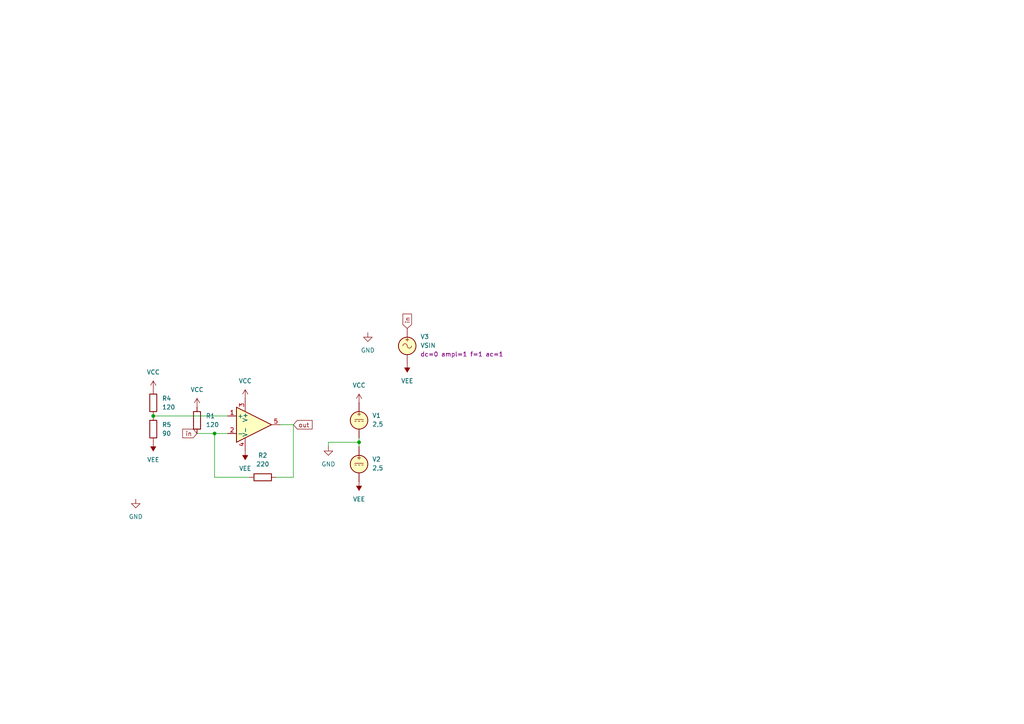
<source format=kicad_sch>
(kicad_sch (version 20231120) (generator "eeschema") (generator_version "8.0")
  (paper "A4")
  (lib_symbols
    (symbol "Device:R" (pin_numbers hide) (pin_names (offset 0))
      (property "Reference" "R" (at 2.032 0 90))
      (property "Value" "R" (at 0 0 90))
      (symbol "R_0_1"
        (rectangle (start -1.016 -2.54) (end 1.016 2.54) (stroke (width 0.254)))
      )
      (symbol "R_1_1"
        (pin passive line (at 0 3.81 270) (length 1.27) (name "~") (number "1"))
        (pin passive line (at 0 -3.81 90) (length 1.27) (name "~") (number "2"))
      )
    )
    (symbol "Simulation_SPICE:OPAMP" (pin_names (offset 0.254))
      (property "Reference" "U" (at 3.81 3.175 0))
      (property "Value" "${SIM.PARAMS}" (at 3.81 -3.175 0))
      (symbol "OPAMP_0_1"
        (polyline (pts (xy 5.08 0) (xy -5.08 5.08) (xy -5.08 -5.08) (xy 5.08 0)) (stroke (width 0.254)) (fill (type background)))
      )
      (symbol "OPAMP_1_1"
        (pin input line (at -7.62 2.54 0) (length 2.54) (name "+") (number "1"))
        (pin input line (at -7.62 -2.54 0) (length 2.54) (name "-") (number "2"))
        (pin power_in line (at -2.54 7.62 270) (length 3.81) (name "V+") (number "3"))
        (pin power_in line (at -2.54 -7.62 90) (length 3.81) (name "V-") (number "4"))
        (pin output line (at 7.62 0 180) (length 2.54) (name "~") (number "5"))
      )
    )
    (symbol "Simulation_SPICE:VDC" (pin_numbers hide) (pin_names (offset 0.0254))
      (property "Reference" "V" (at 2.54 2.54 0))
      (property "Value" "1" (at 2.54 0 0))
      (symbol "VDC_0_0"
        (polyline (pts (xy -1.27 0.254) (xy 1.27 0.254)))
        (polyline (pts (xy -0.762 -0.254) (xy -1.27 -0.254)))
        (polyline (pts (xy 0.254 -0.254) (xy -0.254 -0.254)))
        (polyline (pts (xy 1.27 -0.254) (xy 0.762 -0.254)))
        (text "+" (at 0 1.905 0) (effects (font (size 1.27 1.27))))
      )
      (symbol "VDC_0_1"
        (circle (center 0 0) (radius 2.54) (stroke (width 0.254)) (fill (type background)))
      )
      (symbol "VDC_1_1"
        (pin passive line (at 0 5.08 270) (length 2.54) (name "~") (number "1"))
        (pin passive line (at 0 -5.08 90) (length 2.54) (name "~") (number "2"))
      )
    )
    (symbol "Simulation_SPICE:VSIN" (pin_numbers hide) (pin_names (offset 0.0254))
      (property "Reference" "V" (at 2.54 2.54 0))
      (property "Value" "VSIN" (at 2.54 0 0))
      (property "Sim.Params" "dc=0 ampl=1 f=1k ac=1" (at 2.54 -2.54 0))
      (symbol "VSIN_0_0"
        (arc (start 0 0) (mid -0.635 0.6323) (end -1.27 0))
        (arc (start 0 0) (mid 0.635 -0.6323) (end 1.27 0))
        (text "+" (at 0 1.905 0) (effects (font (size 1.27 1.27))))
      )
      (symbol "VSIN_0_1"
        (circle (center 0 0) (radius 2.54) (stroke (width 0.254)) (fill (type background)))
      )
      (symbol "VSIN_1_1"
        (pin passive line (at 0 5.08 270) (length 2.54) (name "~") (number "1"))
        (pin passive line (at 0 -5.08 90) (length 2.54) (name "~") (number "2"))
      )
    )
    (symbol "power:GND" (power) (pin_numbers hide) (pin_names (offset 0) hide)
      (property "Value" "GND" (at 0 -3.81 0))
      (symbol "GND_0_1"
        (polyline (pts (xy 0 0) (xy 0 -1.27) (xy 1.27 -1.27) (xy 0 -2.54) (xy -1.27 -1.27) (xy 0 -1.27)))
      )
      (symbol "GND_1_1"
        (pin power_in line (at 0 0 270) (length 0) (name "~") (number "1"))
      )
    )
    (symbol "power:VCC" (power) (pin_numbers hide) (pin_names (offset 0) hide)
      (property "Value" "VCC" (at 0 3.556 0))
      (symbol "VCC_0_1"
        (polyline (pts (xy -0.762 1.27) (xy 0 2.54)))
        (polyline (pts (xy 0 0) (xy 0 2.54)))
        (polyline (pts (xy 0 2.54) (xy 0.762 1.27)))
      )
      (symbol "VCC_1_1"
        (pin power_in line (at 0 0 90) (length 0) (name "~") (number "1"))
      )
    )
    (symbol "power:VEE" (power) (pin_numbers hide) (pin_names (offset 0) hide)
      (property "Value" "VEE" (at 0 3.556 0))
      (symbol "VEE_0_1"
        (polyline (pts (xy 0 0) (xy 0 2.54)))
        (polyline (pts (xy 0.762 1.27) (xy -0.762 1.27) (xy 0 2.54) (xy 0.762 1.27)) (fill (type outline)))
      )
      (symbol "VEE_1_1"
        (pin power_in line (at 0 0 90) (length 0) (name "~") (number "1"))
      )
    )
  )
  (junction (at 104.14 128.27))
  (junction (at 62.23 125.73))
  (junction (at 44.45 120.65))
  (wire (pts (xy 95.25 128.27) (xy 95.25 129.54)))
  (wire (pts (xy 85.09 138.43) (xy 80.01 138.43)))
  (wire (pts (xy 104.14 128.27) (xy 104.14 129.54)))
  (wire (pts (xy 72.39 138.43) (xy 62.23 138.43)))
  (wire (pts (xy 62.23 138.43) (xy 62.23 125.73)))
  (wire (pts (xy 104.14 127) (xy 104.14 128.27)))
  (wire (pts (xy 57.15 125.73) (xy 62.23 125.73)))
  (wire (pts (xy 81.28 123.19) (xy 85.09 123.19)))
  (wire (pts (xy 85.09 123.19) (xy 85.09 138.43)))
  (wire (pts (xy 62.23 125.73) (xy 66.04 125.73)))
  (wire (pts (xy 44.45 120.65) (xy 66.04 120.65)))
  (wire (pts (xy 95.25 128.27) (xy 104.14 128.27)))
  (global_label "in" (shape input) (at 57.15 125.73 180) (property "Intersheetrefs" "${INTERSHEET_REFS}" (effects (hide yes))))
  (global_label "out" (shape input) (at 85.09 123.19 0) (property "Intersheetrefs" "${INTERSHEET_REFS}" (effects (hide yes))))
  (global_label "in" (shape input) (at 118.11 95.25 90) (property "Intersheetrefs" "${INTERSHEET_REFS}" (effects (hide yes))))
  (symbol (lib_id "Simulation_SPICE:VDC") (at 104.14 121.92 0) (unit 1)
    (property "Reference" "V1" (at 107.95 120.5201 0) (effects (justify left)))
    (property "Value" "2,5" (at 107.95 123.0601 0) (effects (justify left)))
    (property "Datasheet" "https://ngspice.sourceforge.io/docs/ngspice-html-manual/manual.xhtml#sec_Independent_Sources_for" (effects (hide yes)))
    (property "Description" "Voltage source, DC" (effects (hide yes)))
    (property "Sim.Pins" "1=+ 2=-" (effects (hide yes)))
    (property "Sim.Type" "DC" (effects (hide yes)))
    (property "Sim.Device" "V" (effects (hide yes)))
  )
  (symbol (lib_id "Device:R") (at 57.15 121.92 180) (unit 1)
    (property "Reference" "R1" (at 59.69 120.6499 0) (effects (justify right)))
    (property "Value" "120" (at 59.69 123.1899 0) (effects (justify right)))
    (property "Description" "Resistor" (effects (hide yes)))
  )
  (symbol (lib_id "power:GND") (at 39.37 144.78 0) (unit 1)
    (property "Reference" "#PWR011" (effects (hide yes)))
    (property "Value" "GND" (at 39.37 149.86 0))
    (property "Description" "Power symbol creates a global label with name \"GND\" , ground" (effects (hide yes)))
  )
  (symbol (lib_id "Device:R") (at 44.45 116.84 180) (unit 1)
    (property "Reference" "R4" (at 46.99 115.5699 0) (effects (justify right)))
    (property "Value" "120" (at 46.99 118.1099 0) (effects (justify right)))
    (property "Description" "Resistor" (effects (hide yes)))
  )
  (symbol (lib_id "power:VEE") (at 104.14 139.7 180) (unit 1)
    (property "Reference" "#PWR05" (effects (hide yes)))
    (property "Value" "VEE" (at 104.14 144.78 0))
    (property "Description" "Power symbol creates a global label with name \"VEE\"" (effects (hide yes)))
  )
  (symbol (lib_id "Simulation_SPICE:OPAMP") (at 73.66 123.19 0) (unit 1)
    (property "Reference" "U1" (effects (hide yes)))
    (property "Value" "${SIM.PARAMS}" (at 81.28 120.0465 0))
    (property "Datasheet" "https://ngspice.sourceforge.io/docs/ngspice-html-manual/manual.xhtml#sec__SUBCKT_Subcircuits" (effects (hide yes)))
    (property "Description" "Operational amplifier, single, node sequence=1:+ 2:- 3:OUT 4:V+ 5:V-" (effects (hide yes)))
    (property "Sim.Pins" "1=in+ 2=in- 3=vcc 4=vee 5=out" (effects (hide yes)))
    (property "Sim.Device" "SUBCKT" (effects (hide yes)))
    (property "Sim.Library" "${KICAD7_SYMBOL_DIR}/Simulation_SPICE.sp" (effects (hide yes)))
    (property "Sim.Name" "kicad_builtin_opamp" (effects (hide yes)))
  )
  (symbol (lib_id "power:VCC") (at 57.15 118.11 0) (unit 1)
    (property "Reference" "#PWR08" (effects (hide yes)))
    (property "Value" "VCC" (at 57.15 113.03 0))
    (property "Description" "Power symbol creates a global label with name \"VCC\"" (effects (hide yes)))
  )
  (symbol (lib_id "power:GND") (at 95.25 129.54 0) (unit 1)
    (property "Reference" "#PWR06" (effects (hide yes)))
    (property "Value" "GND" (at 95.25 134.62 0))
    (property "Description" "Power symbol creates a global label with name \"GND\" , ground" (effects (hide yes)))
  )
  (symbol (lib_id "power:VCC") (at 104.14 116.84 0) (unit 1)
    (property "Reference" "#PWR04" (effects (hide yes)))
    (property "Value" "VCC" (at 104.14 111.76 0))
    (property "Description" "Power symbol creates a global label with name \"VCC\"" (effects (hide yes)))
  )
  (symbol (lib_id "power:VEE") (at 118.11 105.41 180) (unit 1)
    (property "Reference" "#PWR09" (effects (hide yes)))
    (property "Value" "VEE" (at 118.11 110.49 0))
    (property "Description" "Power symbol creates a global label with name \"VEE\"" (effects (hide yes)))
  )
  (symbol (lib_id "Simulation_SPICE:VDC") (at 104.14 134.62 0) (unit 1)
    (property "Reference" "V2" (at 107.95 133.2201 0) (effects (justify left)))
    (property "Value" "2,5" (at 107.95 135.7601 0) (effects (justify left)))
    (property "Datasheet" "https://ngspice.sourceforge.io/docs/ngspice-html-manual/manual.xhtml#sec_Independent_Sources_for" (effects (hide yes)))
    (property "Description" "Voltage source, DC" (effects (hide yes)))
    (property "Sim.Pins" "1=+ 2=-" (effects (hide yes)))
    (property "Sim.Type" "DC" (effects (hide yes)))
    (property "Sim.Device" "V" (effects (hide yes)))
  )
  (symbol (lib_id "Simulation_SPICE:VSIN") (at 118.11 100.33 0) (unit 1)
    (property "Reference" "V3" (at 121.92 97.6601 0) (effects (justify left)))
    (property "Value" "VSIN" (at 121.92 100.2001 0) (effects (justify left)))
    (property "Datasheet" "https://ngspice.sourceforge.io/docs/ngspice-html-manual/manual.xhtml#sec_Independent_Sources_for" (effects (hide yes)))
    (property "Description" "Voltage source, sinusoidal" (effects (hide yes)))
    (property "Sim.Pins" "1=+ 2=-" (effects (hide yes)))
    (property "Sim.Params" "dc=0 ampl=1 f=1 ac=1" (at 121.92 102.7401 0) (effects (justify left)))
    (property "Sim.Type" "SIN" (effects (hide yes)))
    (property "Sim.Device" "V" (effects (hide yes)))
  )
  (symbol (lib_id "Device:R") (at 44.45 124.46 180) (unit 1)
    (property "Reference" "R5" (at 46.99 123.1899 0) (effects (justify right)))
    (property "Value" "90" (at 46.99 125.7299 0) (effects (justify right)))
    (property "Description" "Resistor" (effects (hide yes)))
  )
  (symbol (lib_id "power:VCC") (at 44.45 113.03 0) (unit 1)
    (property "Reference" "#PWR010" (effects (hide yes)))
    (property "Value" "VCC" (at 44.45 107.95 0))
    (property "Description" "Power symbol creates a global label with name \"VCC\"" (effects (hide yes)))
  )
  (symbol (lib_id "power:VCC") (at 71.12 115.57 0) (unit 1)
    (property "Reference" "#PWR01" (effects (hide yes)))
    (property "Value" "VCC" (at 71.12 110.49 0))
    (property "Description" "Power symbol creates a global label with name \"VCC\"" (effects (hide yes)))
  )
  (symbol (lib_id "power:GND") (at 106.68 96.52 0) (unit 1)
    (property "Reference" "#PWR07" (effects (hide yes)))
    (property "Value" "GND" (at 106.68 101.6 0))
    (property "Description" "Power symbol creates a global label with name \"GND\" , ground" (effects (hide yes)))
  )
  (symbol (lib_id "Device:R") (at 76.2 138.43 90) (unit 1)
    (property "Reference" "R2" (at 76.2 132.08 90))
    (property "Value" "220" (at 76.2 134.62 90))
    (property "Description" "Resistor" (effects (hide yes)))
  )
  (symbol (lib_id "power:VEE") (at 44.45 128.27 180) (unit 1)
    (property "Reference" "#PWR03" (effects (hide yes)))
    (property "Value" "VEE" (at 44.45 133.35 0))
    (property "Description" "Power symbol creates a global label with name \"VEE\"" (effects (hide yes)))
  )
  (symbol (lib_id "power:VEE") (at 71.12 130.81 180) (unit 1)
    (property "Reference" "#PWR02" (effects (hide yes)))
    (property "Value" "VEE" (at 71.12 135.89 0))
    (property "Description" "Power symbol creates a global label with name \"VEE\"" (effects (hide yes)))
  )
)
</source>
